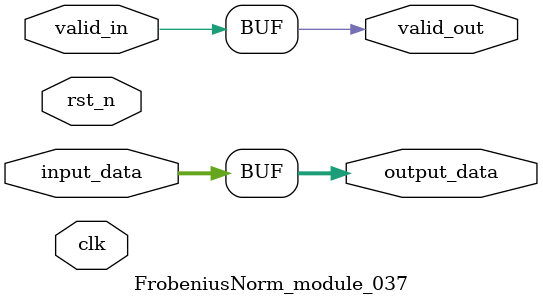
<source format=v>

module FrobeniusNorm_module_037 (
    input clk,
    input rst_n,
    input valid_in,
    output valid_out,
    // Add specific ports based on operator type
    input [31:0] input_data,
    output [31:0] output_data
);

    // Module implementation would go here
    // This is a template - actual implementation depends on the operator
    
        // Generic operator implementation
    assign output_data = input_data; // Placeholder
    assign valid_out = valid_in;

endmodule

</source>
